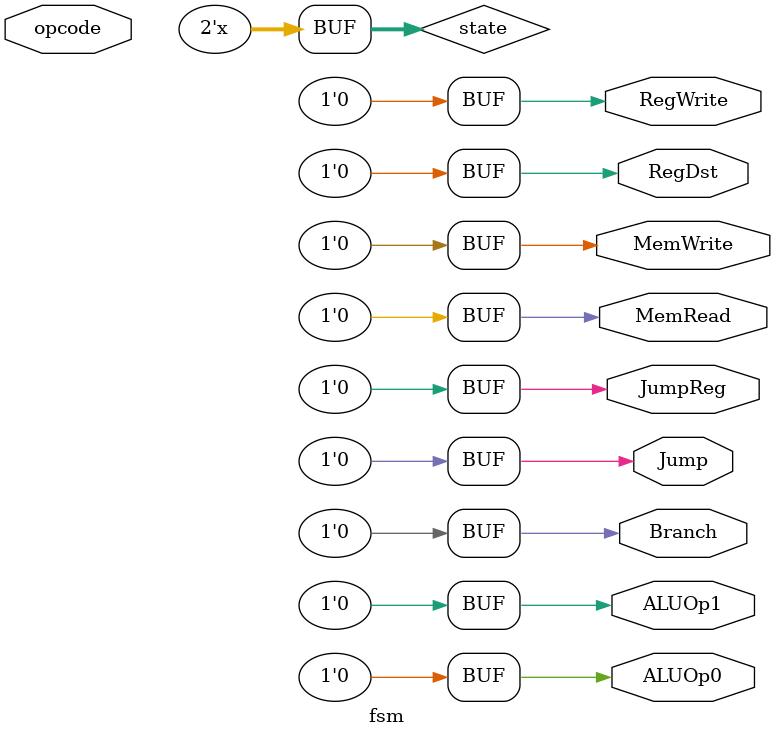
<source format=v>
module fsm(
  input [5:0] opcode,
  output reg ALUOp1,
  output reg ALUOp0,
  output reg RegDst,
  output reg RegWrite,
  output reg MemRead,
  output reg MemWrite,
  output reg Branch,
  output reg Jump,
  output reg JumpReg
);

  // Define the state variables
  parameter START = 0, BEQ_INSTR = 1, REG_WRITE = 2, SUB = 3;
  reg [1:0] state = START;

  always @(*) begin
    // Default values for control signals
    ALUOp1 = 0;
    ALUOp0 = 0;
    RegDst = 0;
    RegWrite = 0;
    MemRead = 0;
    MemWrite = 0;
    Branch = 0;
    Jump = 0;
    JumpReg = 0;
    
    // State machine logic
    case (state)
      START:
        if (opcode == 4'b0100) begin // beq instruction
          ALUOp1 = 0;
          ALUOp0 = 1;
          Branch = 1;
          state = BEQ_INSTR;
        end
        else if (opcode == 4'b1000) begin // lw instruction
          ALUOp1 = 0;
          ALUOp0 = 0;
          MemRead = 1;
          state = REG_WRITE;
        end
        else if (opcode == 4'b0000) begin // add instruction
          ALUOp1 = 0;
          ALUOp0 = 0;
          RegWrite = 1;
          RegDst = 1;
          state = REG_WRITE;
        end
        else if (opcode == 4'b0010) begin // sub instruction
          ALUOp1 = 1;
          ALUOp0 = 0;
          RegWrite = 1;
          RegDst = 1;
          state = SUB;
        end
        else begin
          // Invalid opcode
          state = START;
        end
        
      BEQ_INSTR:
        // TODO: add BEQ_INSTR state logic
        state = START;
        
      REG_WRITE:
        // TODO: add REG_WRITE state logic
        state = START;
        
      SUB:
        // TODO: add SUB state logic
        state = START;
    endcase
  end

endmodule

</source>
